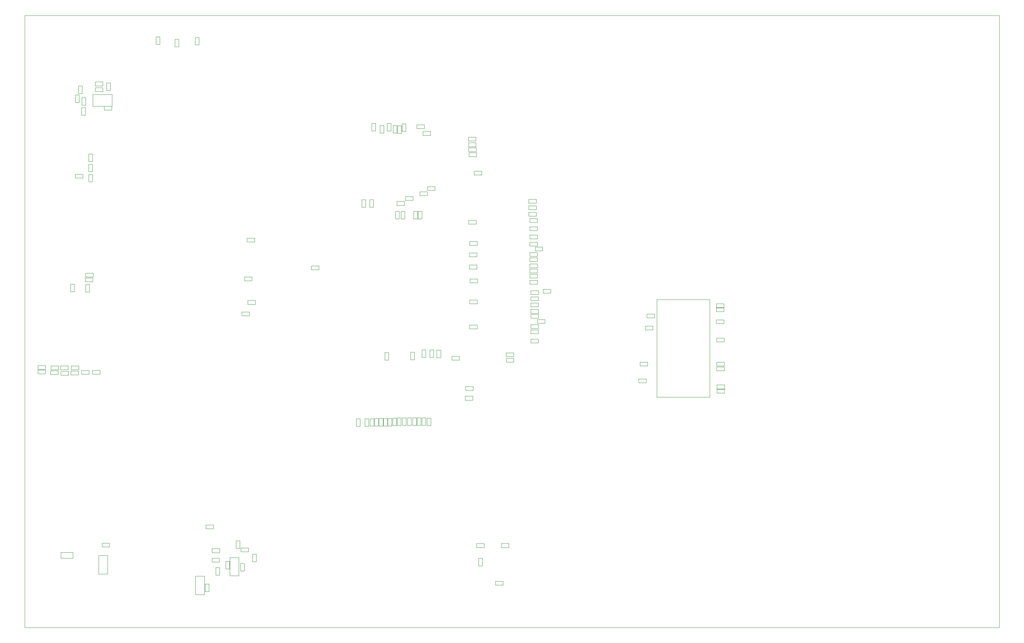
<source format=gbr>
G04 #@! TF.GenerationSoftware,KiCad,Pcbnew,5.1.6-c6e7f7d~87~ubuntu18.04.1*
G04 #@! TF.CreationDate,2020-08-14T22:16:59+05:30*
G04 #@! TF.ProjectId,Aardonyx,41617264-6f6e-4797-982e-6b696361645f,v1.0*
G04 #@! TF.SameCoordinates,Original*
G04 #@! TF.FileFunction,Other,User*
%FSLAX46Y46*%
G04 Gerber Fmt 4.6, Leading zero omitted, Abs format (unit mm)*
G04 Created by KiCad (PCBNEW 5.1.6-c6e7f7d~87~ubuntu18.04.1) date 2020-08-14 22:16:59*
%MOMM*%
%LPD*%
G01*
G04 APERTURE LIST*
G04 #@! TA.AperFunction,Profile*
%ADD10C,0.100000*%
G04 #@! TD*
%ADD11C,0.050000*%
G04 APERTURE END LIST*
D10*
X43561000Y-162560000D02*
X43561000Y-11684000D01*
X283824680Y-162562540D02*
X43561000Y-162557460D01*
X283824680Y-11684000D02*
X283824680Y-162560000D01*
X43561000Y-11684000D02*
X283824680Y-11684000D01*
D11*
X52513800Y-143997800D02*
X52513800Y-145457800D01*
X52513800Y-145457800D02*
X55473800Y-145457800D01*
X55473800Y-145457800D02*
X55473800Y-143997800D01*
X55473800Y-143997800D02*
X52513800Y-143997800D01*
X199417800Y-81726000D02*
X212417800Y-81726000D01*
X199417800Y-105726000D02*
X199417800Y-81726000D01*
X212417800Y-105726000D02*
X199417800Y-105726000D01*
X212417800Y-81726000D02*
X212417800Y-105726000D01*
X164120200Y-97162200D02*
X164120200Y-96222200D01*
X164120200Y-96222200D02*
X162260200Y-96222200D01*
X162260200Y-96222200D02*
X162260200Y-97162200D01*
X162260200Y-97162200D02*
X164120200Y-97162200D01*
X138710000Y-96570000D02*
X139650000Y-96570000D01*
X139650000Y-96570000D02*
X139650000Y-94710000D01*
X139650000Y-94710000D02*
X138710000Y-94710000D01*
X138710000Y-94710000D02*
X138710000Y-96570000D01*
X135176200Y-110946600D02*
X134236200Y-110946600D01*
X134236200Y-110946600D02*
X134236200Y-112806600D01*
X134236200Y-112806600D02*
X135176200Y-112806600D01*
X135176200Y-112806600D02*
X135176200Y-110946600D01*
X65138000Y-31213600D02*
X65138000Y-34013600D01*
X60338000Y-34013600D02*
X60338000Y-31213600D01*
X60338000Y-34013600D02*
X65138000Y-34013600D01*
X60338000Y-31213600D02*
X65138000Y-31213600D01*
X57902200Y-51778000D02*
X57902200Y-50838000D01*
X57902200Y-50838000D02*
X56042200Y-50838000D01*
X56042200Y-50838000D02*
X56042200Y-51778000D01*
X56042200Y-51778000D02*
X57902200Y-51778000D01*
X142430600Y-94091400D02*
X141490600Y-94091400D01*
X141490600Y-94091400D02*
X141490600Y-95951400D01*
X141490600Y-95951400D02*
X142430600Y-95951400D01*
X142430600Y-95951400D02*
X142430600Y-94091400D01*
X144335600Y-94091400D02*
X143395600Y-94091400D01*
X143395600Y-94091400D02*
X143395600Y-95951400D01*
X143395600Y-95951400D02*
X144335600Y-95951400D01*
X144335600Y-95951400D02*
X144335600Y-94091400D01*
X146088200Y-94167600D02*
X145148200Y-94167600D01*
X145148200Y-94167600D02*
X145148200Y-96027600D01*
X145148200Y-96027600D02*
X146088200Y-96027600D01*
X146088200Y-96027600D02*
X146088200Y-94167600D01*
X150713800Y-96634400D02*
X150713800Y-95694400D01*
X150713800Y-95694400D02*
X148853800Y-95694400D01*
X148853800Y-95694400D02*
X148853800Y-96634400D01*
X148853800Y-96634400D02*
X150713800Y-96634400D01*
X154092000Y-104051200D02*
X154092000Y-103111200D01*
X154092000Y-103111200D02*
X152232000Y-103111200D01*
X152232000Y-103111200D02*
X152232000Y-104051200D01*
X152232000Y-104051200D02*
X154092000Y-104051200D01*
X154041200Y-106489600D02*
X154041200Y-105549600D01*
X154041200Y-105549600D02*
X152181200Y-105549600D01*
X152181200Y-105549600D02*
X152181200Y-106489600D01*
X152181200Y-106489600D02*
X154041200Y-106489600D01*
X164095200Y-95792200D02*
X164095200Y-94852200D01*
X164095200Y-94852200D02*
X162235200Y-94852200D01*
X162235200Y-94852200D02*
X162235200Y-95792200D01*
X162235200Y-95792200D02*
X164095200Y-95792200D01*
X170170200Y-90106600D02*
X170170200Y-89166600D01*
X170170200Y-89166600D02*
X168310200Y-89166600D01*
X168310200Y-89166600D02*
X168310200Y-90106600D01*
X168310200Y-90106600D02*
X170170200Y-90106600D01*
X170170200Y-88836600D02*
X170170200Y-87896600D01*
X170170200Y-87896600D02*
X168310200Y-87896600D01*
X168310200Y-87896600D02*
X168310200Y-88836600D01*
X168310200Y-88836600D02*
X170170200Y-88836600D01*
X170170200Y-86296600D02*
X170170200Y-85356600D01*
X170170200Y-85356600D02*
X168310200Y-85356600D01*
X168310200Y-85356600D02*
X168310200Y-86296600D01*
X168310200Y-86296600D02*
X170170200Y-86296600D01*
X170166200Y-85070600D02*
X170166200Y-84130600D01*
X170166200Y-84130600D02*
X168306200Y-84130600D01*
X168306200Y-84130600D02*
X168306200Y-85070600D01*
X168306200Y-85070600D02*
X170166200Y-85070600D01*
X170147200Y-83502600D02*
X170147200Y-82562600D01*
X170147200Y-82562600D02*
X168287200Y-82562600D01*
X168287200Y-82562600D02*
X168287200Y-83502600D01*
X168287200Y-83502600D02*
X170147200Y-83502600D01*
X170170200Y-81978600D02*
X170170200Y-81038600D01*
X170170200Y-81038600D02*
X168310200Y-81038600D01*
X168310200Y-81038600D02*
X168310200Y-81978600D01*
X168310200Y-81978600D02*
X170170200Y-81978600D01*
X170170200Y-80454600D02*
X170170200Y-79514600D01*
X170170200Y-79514600D02*
X168310200Y-79514600D01*
X168310200Y-79514600D02*
X168310200Y-80454600D01*
X168310200Y-80454600D02*
X170170200Y-80454600D01*
X169916200Y-77914600D02*
X169916200Y-76974600D01*
X169916200Y-76974600D02*
X168056200Y-76974600D01*
X168056200Y-76974600D02*
X168056200Y-77914600D01*
X168056200Y-77914600D02*
X169916200Y-77914600D01*
X169916200Y-76390600D02*
X169916200Y-75450600D01*
X169916200Y-75450600D02*
X168056200Y-75450600D01*
X168056200Y-75450600D02*
X168056200Y-76390600D01*
X168056200Y-76390600D02*
X169916200Y-76390600D01*
X169916200Y-75120600D02*
X169916200Y-74180600D01*
X169916200Y-74180600D02*
X168056200Y-74180600D01*
X168056200Y-74180600D02*
X168056200Y-75120600D01*
X168056200Y-75120600D02*
X169916200Y-75120600D01*
X169916200Y-73850600D02*
X169916200Y-72910600D01*
X169916200Y-72910600D02*
X168056200Y-72910600D01*
X168056200Y-72910600D02*
X168056200Y-73850600D01*
X168056200Y-73850600D02*
X169916200Y-73850600D01*
X169916200Y-72326600D02*
X169916200Y-71386600D01*
X169916200Y-71386600D02*
X168056200Y-71386600D01*
X168056200Y-71386600D02*
X168056200Y-72326600D01*
X168056200Y-72326600D02*
X169916200Y-72326600D01*
X169916200Y-71056600D02*
X169916200Y-70116600D01*
X169916200Y-70116600D02*
X168056200Y-70116600D01*
X168056200Y-70116600D02*
X168056200Y-71056600D01*
X168056200Y-71056600D02*
X169916200Y-71056600D01*
X169916200Y-68516600D02*
X169916200Y-67576600D01*
X169916200Y-67576600D02*
X168056200Y-67576600D01*
X168056200Y-67576600D02*
X168056200Y-68516600D01*
X168056200Y-68516600D02*
X169916200Y-68516600D01*
X169916200Y-66738600D02*
X169916200Y-65798600D01*
X169916200Y-65798600D02*
X168056200Y-65798600D01*
X168056200Y-65798600D02*
X168056200Y-66738600D01*
X168056200Y-66738600D02*
X169916200Y-66738600D01*
X169916200Y-64706600D02*
X169916200Y-63766600D01*
X169916200Y-63766600D02*
X168056200Y-63766600D01*
X168056200Y-63766600D02*
X168056200Y-64706600D01*
X168056200Y-64706600D02*
X169916200Y-64706600D01*
X169916200Y-62674600D02*
X169916200Y-61734600D01*
X169916200Y-61734600D02*
X168056200Y-61734600D01*
X168056200Y-61734600D02*
X168056200Y-62674600D01*
X168056200Y-62674600D02*
X169916200Y-62674600D01*
X169639200Y-61150600D02*
X169639200Y-60210600D01*
X169639200Y-60210600D02*
X167779200Y-60210600D01*
X167779200Y-60210600D02*
X167779200Y-61150600D01*
X167779200Y-61150600D02*
X169639200Y-61150600D01*
X169656200Y-59560600D02*
X169656200Y-58620600D01*
X169656200Y-58620600D02*
X167796200Y-58620600D01*
X167796200Y-58620600D02*
X167796200Y-59560600D01*
X167796200Y-59560600D02*
X169656200Y-59560600D01*
X154900000Y-46460000D02*
X154900000Y-45520000D01*
X154900000Y-45520000D02*
X153040000Y-45520000D01*
X153040000Y-45520000D02*
X153040000Y-46460000D01*
X153040000Y-46460000D02*
X154900000Y-46460000D01*
X154850000Y-45250000D02*
X154850000Y-44310000D01*
X154850000Y-44310000D02*
X152990000Y-44310000D01*
X152990000Y-44310000D02*
X152990000Y-45250000D01*
X152990000Y-45250000D02*
X154850000Y-45250000D01*
X154806200Y-44010600D02*
X154806200Y-43070600D01*
X154806200Y-43070600D02*
X152946200Y-43070600D01*
X152946200Y-43070600D02*
X152946200Y-44010600D01*
X152946200Y-44010600D02*
X154806200Y-44010600D01*
X132930800Y-40147600D02*
X133870800Y-40147600D01*
X133870800Y-40147600D02*
X133870800Y-38287600D01*
X133870800Y-38287600D02*
X132930800Y-38287600D01*
X132930800Y-38287600D02*
X132930800Y-40147600D01*
X129070000Y-40147600D02*
X130010000Y-40147600D01*
X130010000Y-40147600D02*
X130010000Y-38287600D01*
X130010000Y-38287600D02*
X129070000Y-38287600D01*
X129070000Y-38287600D02*
X129070000Y-40147600D01*
X136588400Y-40198400D02*
X137528400Y-40198400D01*
X137528400Y-40198400D02*
X137528400Y-38338400D01*
X137528400Y-38338400D02*
X136588400Y-38338400D01*
X136588400Y-38338400D02*
X136588400Y-40198400D01*
X140243200Y-38646000D02*
X140243200Y-39586000D01*
X140243200Y-39586000D02*
X142103200Y-39586000D01*
X142103200Y-39586000D02*
X142103200Y-38646000D01*
X142103200Y-38646000D02*
X140243200Y-38646000D01*
X141767200Y-40271600D02*
X141767200Y-41211600D01*
X141767200Y-41211600D02*
X143627200Y-41211600D01*
X143627200Y-41211600D02*
X143627200Y-40271600D01*
X143627200Y-40271600D02*
X141767200Y-40271600D01*
X152940000Y-41650000D02*
X152940000Y-42590000D01*
X152940000Y-42590000D02*
X154800000Y-42590000D01*
X154800000Y-42590000D02*
X154800000Y-41650000D01*
X154800000Y-41650000D02*
X152940000Y-41650000D01*
X137396400Y-56350800D02*
X137396400Y-57290800D01*
X137396400Y-57290800D02*
X139256400Y-57290800D01*
X139256400Y-57290800D02*
X139256400Y-56350800D01*
X139256400Y-56350800D02*
X137396400Y-56350800D01*
X141005200Y-55129200D02*
X141005200Y-56069200D01*
X141005200Y-56069200D02*
X142865200Y-56069200D01*
X142865200Y-56069200D02*
X142865200Y-55129200D01*
X142865200Y-55129200D02*
X141005200Y-55129200D01*
X142843600Y-53869200D02*
X142843600Y-54809200D01*
X142843600Y-54809200D02*
X144703600Y-54809200D01*
X144703600Y-54809200D02*
X144703600Y-53869200D01*
X144703600Y-53869200D02*
X142843600Y-53869200D01*
X134353200Y-40655600D02*
X135293200Y-40655600D01*
X135293200Y-40655600D02*
X135293200Y-38795600D01*
X135293200Y-38795600D02*
X134353200Y-38795600D01*
X134353200Y-38795600D02*
X134353200Y-40655600D01*
X131152800Y-40655600D02*
X132092800Y-40655600D01*
X132092800Y-40655600D02*
X132092800Y-38795600D01*
X132092800Y-38795600D02*
X131152800Y-38795600D01*
X131152800Y-38795600D02*
X131152800Y-40655600D01*
X130760000Y-110985000D02*
X129820000Y-110985000D01*
X129820000Y-110985000D02*
X129820000Y-112845000D01*
X129820000Y-112845000D02*
X130760000Y-112845000D01*
X130760000Y-112845000D02*
X130760000Y-110985000D01*
X131870000Y-110990000D02*
X130930000Y-110990000D01*
X130930000Y-110990000D02*
X130930000Y-112850000D01*
X130930000Y-112850000D02*
X131870000Y-112850000D01*
X131870000Y-112850000D02*
X131870000Y-110990000D01*
X129640000Y-111060000D02*
X128700000Y-111060000D01*
X128700000Y-111060000D02*
X128700000Y-112920000D01*
X128700000Y-112920000D02*
X129640000Y-112920000D01*
X129640000Y-112920000D02*
X129640000Y-111060000D01*
X132960000Y-111010000D02*
X132020000Y-111010000D01*
X132020000Y-111010000D02*
X132020000Y-112870000D01*
X132020000Y-112870000D02*
X132960000Y-112870000D01*
X132960000Y-112870000D02*
X132960000Y-111010000D01*
X134036200Y-110980600D02*
X133096200Y-110980600D01*
X133096200Y-110980600D02*
X133096200Y-112840600D01*
X133096200Y-112840600D02*
X134036200Y-112840600D01*
X134036200Y-112840600D02*
X134036200Y-110980600D01*
X136306200Y-110859600D02*
X135366200Y-110859600D01*
X135366200Y-110859600D02*
X135366200Y-112719600D01*
X135366200Y-112719600D02*
X136306200Y-112719600D01*
X136306200Y-112719600D02*
X136306200Y-110859600D01*
X137576200Y-110836600D02*
X136636200Y-110836600D01*
X136636200Y-110836600D02*
X136636200Y-112696600D01*
X136636200Y-112696600D02*
X137576200Y-112696600D01*
X137576200Y-112696600D02*
X137576200Y-110836600D01*
X138846200Y-110836600D02*
X137906200Y-110836600D01*
X137906200Y-110836600D02*
X137906200Y-112696600D01*
X137906200Y-112696600D02*
X138846200Y-112696600D01*
X138846200Y-112696600D02*
X138846200Y-110836600D01*
X140116200Y-110836600D02*
X139176200Y-110836600D01*
X139176200Y-110836600D02*
X139176200Y-112696600D01*
X139176200Y-112696600D02*
X140116200Y-112696600D01*
X140116200Y-112696600D02*
X140116200Y-110836600D01*
X141241000Y-110872400D02*
X140301000Y-110872400D01*
X140301000Y-110872400D02*
X140301000Y-112732400D01*
X140301000Y-112732400D02*
X141241000Y-112732400D01*
X141241000Y-112732400D02*
X141241000Y-110872400D01*
X142384000Y-110824000D02*
X141444000Y-110824000D01*
X141444000Y-110824000D02*
X141444000Y-112684000D01*
X141444000Y-112684000D02*
X142384000Y-112684000D01*
X142384000Y-112684000D02*
X142384000Y-110824000D01*
X143666200Y-110899600D02*
X142726200Y-110899600D01*
X142726200Y-110899600D02*
X142726200Y-112759600D01*
X142726200Y-112759600D02*
X143666200Y-112759600D01*
X143666200Y-112759600D02*
X143666200Y-110899600D01*
X63741200Y-30190800D02*
X64681200Y-30190800D01*
X64681200Y-30190800D02*
X64681200Y-28330800D01*
X64681200Y-28330800D02*
X63741200Y-28330800D01*
X63741200Y-28330800D02*
X63741200Y-30190800D01*
X56070400Y-33137200D02*
X57010400Y-33137200D01*
X57010400Y-33137200D02*
X57010400Y-31277200D01*
X57010400Y-31277200D02*
X56070400Y-31277200D01*
X56070400Y-31277200D02*
X56070400Y-33137200D01*
X57594400Y-36286800D02*
X58534400Y-36286800D01*
X58534400Y-36286800D02*
X58534400Y-34426800D01*
X58534400Y-34426800D02*
X57594400Y-34426800D01*
X57594400Y-34426800D02*
X57594400Y-36286800D01*
X75933200Y-18837000D02*
X76873200Y-18837000D01*
X76873200Y-18837000D02*
X76873200Y-16977000D01*
X76873200Y-16977000D02*
X75933200Y-16977000D01*
X75933200Y-16977000D02*
X75933200Y-18837000D01*
X80606800Y-19395800D02*
X81546800Y-19395800D01*
X81546800Y-19395800D02*
X81546800Y-17535800D01*
X81546800Y-17535800D02*
X80606800Y-17535800D01*
X80606800Y-17535800D02*
X80606800Y-19395800D01*
X85559800Y-18938600D02*
X86499800Y-18938600D01*
X86499800Y-18938600D02*
X86499800Y-17078600D01*
X86499800Y-17078600D02*
X85559800Y-17078600D01*
X85559800Y-17078600D02*
X85559800Y-18938600D01*
X58556800Y-75222000D02*
X58556800Y-76162000D01*
X58556800Y-76162000D02*
X60416800Y-76162000D01*
X60416800Y-76162000D02*
X60416800Y-75222000D01*
X60416800Y-75222000D02*
X58556800Y-75222000D01*
X59418000Y-100100000D02*
X59418000Y-99160000D01*
X59418000Y-99160000D02*
X57558000Y-99160000D01*
X57558000Y-99160000D02*
X57558000Y-100100000D01*
X57558000Y-100100000D02*
X59418000Y-100100000D01*
X62135800Y-100074600D02*
X62135800Y-99134600D01*
X62135800Y-99134600D02*
X60275800Y-99134600D01*
X60275800Y-99134600D02*
X60275800Y-100074600D01*
X60275800Y-100074600D02*
X62135800Y-100074600D01*
X56901000Y-98982400D02*
X56901000Y-98042400D01*
X56901000Y-98042400D02*
X55041000Y-98042400D01*
X55041000Y-98042400D02*
X55041000Y-98982400D01*
X55041000Y-98982400D02*
X56901000Y-98982400D01*
X54969600Y-99337800D02*
X54969600Y-100277800D01*
X54969600Y-100277800D02*
X56829600Y-100277800D01*
X56829600Y-100277800D02*
X56829600Y-99337800D01*
X56829600Y-99337800D02*
X54969600Y-99337800D01*
X54312600Y-100328600D02*
X54312600Y-99388600D01*
X54312600Y-99388600D02*
X52452600Y-99388600D01*
X52452600Y-99388600D02*
X52452600Y-100328600D01*
X52452600Y-100328600D02*
X54312600Y-100328600D01*
X52429600Y-98067800D02*
X52429600Y-99007800D01*
X52429600Y-99007800D02*
X54289600Y-99007800D01*
X54289600Y-99007800D02*
X54289600Y-98067800D01*
X54289600Y-98067800D02*
X52429600Y-98067800D01*
X51821000Y-100201600D02*
X51821000Y-99261600D01*
X51821000Y-99261600D02*
X49961000Y-99261600D01*
X49961000Y-99261600D02*
X49961000Y-100201600D01*
X49961000Y-100201600D02*
X51821000Y-100201600D01*
X48673800Y-99998400D02*
X48673800Y-99058400D01*
X48673800Y-99058400D02*
X46813800Y-99058400D01*
X46813800Y-99058400D02*
X46813800Y-99998400D01*
X46813800Y-99998400D02*
X48673800Y-99998400D01*
X46839200Y-97940800D02*
X46839200Y-98880800D01*
X46839200Y-98880800D02*
X48699200Y-98880800D01*
X48699200Y-98880800D02*
X48699200Y-97940800D01*
X48699200Y-97940800D02*
X46839200Y-97940800D01*
X99707600Y-146319600D02*
X100647600Y-146319600D01*
X100647600Y-146319600D02*
X100647600Y-144459600D01*
X100647600Y-144459600D02*
X99707600Y-144459600D01*
X99707600Y-144459600D02*
X99707600Y-146319600D01*
X62605800Y-141719800D02*
X62605800Y-142659800D01*
X62605800Y-142659800D02*
X64465800Y-142659800D01*
X64465800Y-142659800D02*
X64465800Y-141719800D01*
X64465800Y-141719800D02*
X62605800Y-141719800D01*
X97726600Y-146745600D02*
X96786600Y-146745600D01*
X96786600Y-146745600D02*
X96786600Y-148605600D01*
X96786600Y-148605600D02*
X97726600Y-148605600D01*
X97726600Y-148605600D02*
X97726600Y-146745600D01*
X64010400Y-144836800D02*
X61770400Y-144836800D01*
X61770400Y-144836800D02*
X61770400Y-149396800D01*
X61770400Y-149396800D02*
X64010400Y-149396800D01*
X64010400Y-149396800D02*
X64010400Y-144836800D01*
X135500000Y-40720000D02*
X136440000Y-40720000D01*
X136440000Y-40720000D02*
X136440000Y-38860000D01*
X136440000Y-38860000D02*
X135500000Y-38860000D01*
X135500000Y-38860000D02*
X135500000Y-40720000D01*
X155077800Y-68366800D02*
X155077800Y-67426800D01*
X155077800Y-67426800D02*
X153217800Y-67426800D01*
X153217800Y-67426800D02*
X153217800Y-68366800D01*
X153217800Y-68366800D02*
X155077800Y-68366800D01*
X154360000Y-50080000D02*
X154360000Y-51020000D01*
X154360000Y-51020000D02*
X156220000Y-51020000D01*
X156220000Y-51020000D02*
X156220000Y-50080000D01*
X156220000Y-50080000D02*
X154360000Y-50080000D01*
X155055200Y-71160000D02*
X155055200Y-70220000D01*
X155055200Y-70220000D02*
X153195200Y-70220000D01*
X153195200Y-70220000D02*
X153195200Y-71160000D01*
X153195200Y-71160000D02*
X155055200Y-71160000D01*
X169370000Y-68780000D02*
X169370000Y-69720000D01*
X169370000Y-69720000D02*
X171230000Y-69720000D01*
X171230000Y-69720000D02*
X171230000Y-68780000D01*
X171230000Y-68780000D02*
X169370000Y-68780000D01*
X155026000Y-74150000D02*
X155026000Y-73210000D01*
X155026000Y-73210000D02*
X153166000Y-73210000D01*
X153166000Y-73210000D02*
X153166000Y-74150000D01*
X153166000Y-74150000D02*
X155026000Y-74150000D01*
X171380000Y-79190000D02*
X171380000Y-80130000D01*
X171380000Y-80130000D02*
X173240000Y-80130000D01*
X173240000Y-80130000D02*
X173240000Y-79190000D01*
X173240000Y-79190000D02*
X171380000Y-79190000D01*
X127590000Y-57125200D02*
X126650000Y-57125200D01*
X126650000Y-57125200D02*
X126650000Y-58985200D01*
X126650000Y-58985200D02*
X127590000Y-58985200D01*
X127590000Y-58985200D02*
X127590000Y-57125200D01*
X155158400Y-77600800D02*
X155158400Y-76660800D01*
X155158400Y-76660800D02*
X153298400Y-76660800D01*
X153298400Y-76660800D02*
X153298400Y-77600800D01*
X153298400Y-77600800D02*
X155158400Y-77600800D01*
X169910000Y-86640000D02*
X169910000Y-87580000D01*
X169910000Y-87580000D02*
X171770000Y-87580000D01*
X171770000Y-87580000D02*
X171770000Y-86640000D01*
X171770000Y-86640000D02*
X169910000Y-86640000D01*
X129570000Y-57065200D02*
X128630000Y-57065200D01*
X128630000Y-57065200D02*
X128630000Y-58925200D01*
X128630000Y-58925200D02*
X129570000Y-58925200D01*
X129570000Y-58925200D02*
X129570000Y-57065200D01*
X155088400Y-82737600D02*
X155088400Y-81797600D01*
X155088400Y-81797600D02*
X153228400Y-81797600D01*
X153228400Y-81797600D02*
X153228400Y-82737600D01*
X153228400Y-82737600D02*
X155088400Y-82737600D01*
X128360000Y-111105000D02*
X127420000Y-111105000D01*
X127420000Y-111105000D02*
X127420000Y-112965000D01*
X127420000Y-112965000D02*
X128360000Y-112965000D01*
X128360000Y-112965000D02*
X128360000Y-111105000D01*
X135860000Y-59930000D02*
X134920000Y-59930000D01*
X134920000Y-59930000D02*
X134920000Y-61790000D01*
X134920000Y-61790000D02*
X135860000Y-61790000D01*
X135860000Y-61790000D02*
X135860000Y-59930000D01*
X155108000Y-88912800D02*
X155108000Y-87972800D01*
X155108000Y-87972800D02*
X153248000Y-87972800D01*
X153248000Y-87972800D02*
X153248000Y-88912800D01*
X153248000Y-88912800D02*
X155108000Y-88912800D01*
X126200000Y-111100000D02*
X125260000Y-111100000D01*
X125260000Y-111100000D02*
X125260000Y-112960000D01*
X125260000Y-112960000D02*
X126200000Y-112960000D01*
X126200000Y-112960000D02*
X126200000Y-111100000D01*
X137210000Y-59930000D02*
X136270000Y-59930000D01*
X136270000Y-59930000D02*
X136270000Y-61790000D01*
X136270000Y-61790000D02*
X137210000Y-61790000D01*
X137210000Y-61790000D02*
X137210000Y-59930000D01*
X98960000Y-85680000D02*
X98960000Y-84740000D01*
X98960000Y-84740000D02*
X97100000Y-84740000D01*
X97100000Y-84740000D02*
X97100000Y-85680000D01*
X97100000Y-85680000D02*
X98960000Y-85680000D01*
X140380000Y-59975000D02*
X139440000Y-59975000D01*
X139440000Y-59975000D02*
X139440000Y-61835000D01*
X139440000Y-61835000D02*
X140380000Y-61835000D01*
X140380000Y-61835000D02*
X140380000Y-59975000D01*
X132350000Y-96580000D02*
X133290000Y-96580000D01*
X133290000Y-96580000D02*
X133290000Y-94720000D01*
X133290000Y-94720000D02*
X132350000Y-94720000D01*
X132350000Y-94720000D02*
X132350000Y-96580000D01*
X99550000Y-77060000D02*
X99550000Y-76120000D01*
X99550000Y-76120000D02*
X97690000Y-76120000D01*
X97690000Y-76120000D02*
X97690000Y-77060000D01*
X97690000Y-77060000D02*
X99550000Y-77060000D01*
X141460000Y-59970000D02*
X140520000Y-59970000D01*
X140520000Y-59970000D02*
X140520000Y-61830000D01*
X140520000Y-61830000D02*
X141460000Y-61830000D01*
X141460000Y-61830000D02*
X141460000Y-59970000D01*
X100370000Y-82870000D02*
X100370000Y-81930000D01*
X100370000Y-81930000D02*
X98510000Y-81930000D01*
X98510000Y-81930000D02*
X98510000Y-82870000D01*
X98510000Y-82870000D02*
X100370000Y-82870000D01*
X100200000Y-67490000D02*
X100200000Y-66550000D01*
X100200000Y-66550000D02*
X98340000Y-66550000D01*
X98340000Y-66550000D02*
X98340000Y-67490000D01*
X98340000Y-67490000D02*
X100200000Y-67490000D01*
X154879600Y-63081600D02*
X154879600Y-62141600D01*
X154879600Y-62141600D02*
X153019600Y-62141600D01*
X153019600Y-62141600D02*
X153019600Y-63081600D01*
X153019600Y-63081600D02*
X154879600Y-63081600D01*
X114210000Y-73410000D02*
X114210000Y-74350000D01*
X114210000Y-74350000D02*
X116070000Y-74350000D01*
X116070000Y-74350000D02*
X116070000Y-73410000D01*
X116070000Y-73410000D02*
X114210000Y-73410000D01*
X64988800Y-34963200D02*
X64988800Y-34023200D01*
X64988800Y-34023200D02*
X63128800Y-34023200D01*
X63128800Y-34023200D02*
X63128800Y-34963200D01*
X63128800Y-34963200D02*
X64988800Y-34963200D01*
X57645200Y-33820600D02*
X58585200Y-33820600D01*
X58585200Y-33820600D02*
X58585200Y-31960600D01*
X58585200Y-31960600D02*
X57645200Y-31960600D01*
X57645200Y-31960600D02*
X57645200Y-33820600D01*
X156400600Y-145475600D02*
X155460600Y-145475600D01*
X155460600Y-145475600D02*
X155460600Y-147335600D01*
X155460600Y-147335600D02*
X156400600Y-147335600D01*
X156400600Y-147335600D02*
X156400600Y-145475600D01*
X58610400Y-79850200D02*
X59550400Y-79850200D01*
X59550400Y-79850200D02*
X59550400Y-77990200D01*
X59550400Y-77990200D02*
X58610400Y-77990200D01*
X58610400Y-77990200D02*
X58610400Y-79850200D01*
X54851200Y-79771600D02*
X55791200Y-79771600D01*
X55791200Y-79771600D02*
X55791200Y-77911600D01*
X55791200Y-77911600D02*
X54851200Y-77911600D01*
X54851200Y-77911600D02*
X54851200Y-79771600D01*
X58506000Y-76390400D02*
X58506000Y-77330400D01*
X58506000Y-77330400D02*
X60366000Y-77330400D01*
X60366000Y-77330400D02*
X60366000Y-76390400D01*
X60366000Y-76390400D02*
X58506000Y-76390400D01*
X214131800Y-97142200D02*
X214131800Y-98082200D01*
X214131800Y-98082200D02*
X215991800Y-98082200D01*
X215991800Y-98082200D02*
X215991800Y-97142200D01*
X215991800Y-97142200D02*
X214131800Y-97142200D01*
X196730000Y-102190000D02*
X196730000Y-101250000D01*
X196730000Y-101250000D02*
X194870000Y-101250000D01*
X194870000Y-101250000D02*
X194870000Y-102190000D01*
X194870000Y-102190000D02*
X196730000Y-102190000D01*
X198360000Y-89200000D02*
X198360000Y-88260000D01*
X198360000Y-88260000D02*
X196500000Y-88260000D01*
X196500000Y-88260000D02*
X196500000Y-89200000D01*
X196500000Y-89200000D02*
X198360000Y-89200000D01*
X214020000Y-82740000D02*
X214020000Y-83680000D01*
X214020000Y-83680000D02*
X215880000Y-83680000D01*
X215880000Y-83680000D02*
X215880000Y-82740000D01*
X215880000Y-82740000D02*
X214020000Y-82740000D01*
X214131800Y-98285200D02*
X214131800Y-99225200D01*
X214131800Y-99225200D02*
X215991800Y-99225200D01*
X215991800Y-99225200D02*
X215991800Y-98285200D01*
X215991800Y-98285200D02*
X214131800Y-98285200D01*
X214190000Y-102760000D02*
X214190000Y-103700000D01*
X214190000Y-103700000D02*
X216050000Y-103700000D01*
X216050000Y-103700000D02*
X216050000Y-102760000D01*
X216050000Y-102760000D02*
X214190000Y-102760000D01*
X214131800Y-91173200D02*
X214131800Y-92113200D01*
X214131800Y-92113200D02*
X215991800Y-92113200D01*
X215991800Y-92113200D02*
X215991800Y-91173200D01*
X215991800Y-91173200D02*
X214131800Y-91173200D01*
X198790000Y-86210000D02*
X198790000Y-85270000D01*
X198790000Y-85270000D02*
X196930000Y-85270000D01*
X196930000Y-85270000D02*
X196930000Y-86210000D01*
X196930000Y-86210000D02*
X198790000Y-86210000D01*
X214170000Y-103800000D02*
X214170000Y-104740000D01*
X214170000Y-104740000D02*
X216030000Y-104740000D01*
X216030000Y-104740000D02*
X216030000Y-103800000D01*
X216030000Y-103800000D02*
X214170000Y-103800000D01*
X214060000Y-86690000D02*
X214060000Y-87630000D01*
X214060000Y-87630000D02*
X215920000Y-87630000D01*
X215920000Y-87630000D02*
X215920000Y-86690000D01*
X215920000Y-86690000D02*
X214060000Y-86690000D01*
X214020000Y-83780000D02*
X214020000Y-84720000D01*
X214020000Y-84720000D02*
X215880000Y-84720000D01*
X215880000Y-84720000D02*
X215880000Y-83780000D01*
X215880000Y-83780000D02*
X214020000Y-83780000D01*
X89699600Y-145449200D02*
X89699600Y-146389200D01*
X89699600Y-146389200D02*
X91559600Y-146389200D01*
X91559600Y-146389200D02*
X91559600Y-145449200D01*
X91559600Y-145449200D02*
X89699600Y-145449200D01*
X90061000Y-138214200D02*
X90061000Y-137274200D01*
X90061000Y-137274200D02*
X88201000Y-137274200D01*
X88201000Y-137274200D02*
X88201000Y-138214200D01*
X88201000Y-138214200D02*
X90061000Y-138214200D01*
X96596600Y-141193600D02*
X95656600Y-141193600D01*
X95656600Y-141193600D02*
X95656600Y-143053600D01*
X95656600Y-143053600D02*
X96596600Y-143053600D01*
X96596600Y-143053600D02*
X96596600Y-141193600D01*
X89722600Y-143141600D02*
X89722600Y-144081600D01*
X89722600Y-144081600D02*
X91582600Y-144081600D01*
X91582600Y-144081600D02*
X91582600Y-143141600D01*
X91582600Y-143141600D02*
X89722600Y-143141600D01*
X98717600Y-143899200D02*
X98717600Y-142959200D01*
X98717600Y-142959200D02*
X96857600Y-142959200D01*
X96857600Y-142959200D02*
X96857600Y-143899200D01*
X96857600Y-143899200D02*
X98717600Y-143899200D01*
X93103600Y-148097600D02*
X94043600Y-148097600D01*
X94043600Y-148097600D02*
X94043600Y-146237600D01*
X94043600Y-146237600D02*
X93103600Y-146237600D01*
X93103600Y-146237600D02*
X93103600Y-148097600D01*
X90690600Y-149644600D02*
X91630600Y-149644600D01*
X91630600Y-149644600D02*
X91630600Y-147784600D01*
X91630600Y-147784600D02*
X90690600Y-147784600D01*
X90690600Y-147784600D02*
X90690600Y-149644600D01*
X94104600Y-149828600D02*
X96344600Y-149828600D01*
X96344600Y-149828600D02*
X96344600Y-145268600D01*
X96344600Y-145268600D02*
X94104600Y-145268600D01*
X94104600Y-145268600D02*
X94104600Y-149828600D01*
X89004600Y-151825600D02*
X88064600Y-151825600D01*
X88064600Y-151825600D02*
X88064600Y-153685600D01*
X88064600Y-153685600D02*
X89004600Y-153685600D01*
X89004600Y-153685600D02*
X89004600Y-151825600D01*
X87876600Y-149853600D02*
X85636600Y-149853600D01*
X85636600Y-149853600D02*
X85636600Y-154413600D01*
X85636600Y-154413600D02*
X87876600Y-154413600D01*
X87876600Y-154413600D02*
X87876600Y-149853600D01*
X161045800Y-141871600D02*
X161045800Y-142811600D01*
X161045800Y-142811600D02*
X162905800Y-142811600D01*
X162905800Y-142811600D02*
X162905800Y-141871600D01*
X162905800Y-141871600D02*
X161045800Y-141871600D01*
X159598000Y-151117200D02*
X159598000Y-152057200D01*
X159598000Y-152057200D02*
X161458000Y-152057200D01*
X161458000Y-152057200D02*
X161458000Y-151117200D01*
X161458000Y-151117200D02*
X159598000Y-151117200D01*
X57772400Y-29092800D02*
X56832400Y-29092800D01*
X56832400Y-29092800D02*
X56832400Y-30952800D01*
X56832400Y-30952800D02*
X57772400Y-30952800D01*
X57772400Y-30952800D02*
X57772400Y-29092800D01*
X60944400Y-29451200D02*
X60944400Y-30391200D01*
X60944400Y-30391200D02*
X62804400Y-30391200D01*
X62804400Y-30391200D02*
X62804400Y-29451200D01*
X62804400Y-29451200D02*
X60944400Y-29451200D01*
X60944400Y-28079600D02*
X60944400Y-29019600D01*
X60944400Y-29019600D02*
X62804400Y-29019600D01*
X62804400Y-29019600D02*
X62804400Y-28079600D01*
X62804400Y-28079600D02*
X60944400Y-28079600D01*
X60312400Y-45815800D02*
X59372400Y-45815800D01*
X59372400Y-45815800D02*
X59372400Y-47675800D01*
X59372400Y-47675800D02*
X60312400Y-47675800D01*
X60312400Y-47675800D02*
X60312400Y-45815800D01*
X59372400Y-50180600D02*
X60312400Y-50180600D01*
X60312400Y-50180600D02*
X60312400Y-48320600D01*
X60312400Y-48320600D02*
X59372400Y-48320600D01*
X59372400Y-48320600D02*
X59372400Y-50180600D01*
X60312400Y-50860600D02*
X59372400Y-50860600D01*
X59372400Y-50860600D02*
X59372400Y-52720600D01*
X59372400Y-52720600D02*
X60312400Y-52720600D01*
X60312400Y-52720600D02*
X60312400Y-50860600D01*
X154924400Y-141871600D02*
X154924400Y-142811600D01*
X154924400Y-142811600D02*
X156784400Y-142811600D01*
X156784400Y-142811600D02*
X156784400Y-141871600D01*
X156784400Y-141871600D02*
X154924400Y-141871600D01*
X50011800Y-98042400D02*
X50011800Y-98982400D01*
X50011800Y-98982400D02*
X51871800Y-98982400D01*
X51871800Y-98982400D02*
X51871800Y-98042400D01*
X51871800Y-98042400D02*
X50011800Y-98042400D01*
X197070000Y-98090000D02*
X197070000Y-97150000D01*
X197070000Y-97150000D02*
X195210000Y-97150000D01*
X195210000Y-97150000D02*
X195210000Y-98090000D01*
X195210000Y-98090000D02*
X197070000Y-98090000D01*
X170170200Y-92392600D02*
X170170200Y-91452600D01*
X170170200Y-91452600D02*
X168310200Y-91452600D01*
X168310200Y-91452600D02*
X168310200Y-92392600D01*
X168310200Y-92392600D02*
X170170200Y-92392600D01*
X135264800Y-57543600D02*
X135264800Y-58483600D01*
X135264800Y-58483600D02*
X137124800Y-58483600D01*
X137124800Y-58483600D02*
X137124800Y-57543600D01*
X137124800Y-57543600D02*
X135264800Y-57543600D01*
X169626200Y-57950600D02*
X169626200Y-57010600D01*
X169626200Y-57010600D02*
X167766200Y-57010600D01*
X167766200Y-57010600D02*
X167766200Y-57950600D01*
X167766200Y-57950600D02*
X169626200Y-57950600D01*
M02*

</source>
